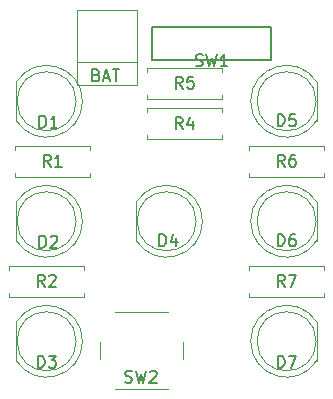
<source format=gbr>
G04 #@! TF.FileFunction,Legend,Top*
%FSLAX46Y46*%
G04 Gerber Fmt 4.6, Leading zero omitted, Abs format (unit mm)*
G04 Created by KiCad (PCBNEW 4.0.7) date 01/31/18 00:20:31*
%MOMM*%
%LPD*%
G01*
G04 APERTURE LIST*
%ADD10C,0.100000*%
%ADD11C,0.150000*%
%ADD12C,0.120000*%
G04 APERTURE END LIST*
D10*
D11*
X149301200Y-85699600D02*
X139192000Y-85699600D01*
X139192000Y-85699600D02*
X139192000Y-88442800D01*
X139192000Y-88442800D02*
X149301200Y-88442800D01*
X149301200Y-88442800D02*
X149301200Y-85699600D01*
D12*
X153832000Y-98008000D02*
X153832000Y-98338000D01*
X153832000Y-98338000D02*
X147412000Y-98338000D01*
X147412000Y-98338000D02*
X147412000Y-98008000D01*
X153832000Y-96048000D02*
X153832000Y-95718000D01*
X153832000Y-95718000D02*
X147412000Y-95718000D01*
X147412000Y-95718000D02*
X147412000Y-96048000D01*
X140605000Y-109790600D02*
X136105000Y-109790600D01*
X141855000Y-113790600D02*
X141855000Y-112290600D01*
X136105000Y-116290600D02*
X140605000Y-116290600D01*
X134855000Y-112290600D02*
X134855000Y-113790600D01*
X132842000Y-88646000D02*
X137922000Y-88646000D01*
X132842000Y-84206000D02*
X137922000Y-84206000D01*
X137922000Y-90546000D02*
X132842000Y-90546000D01*
X137922000Y-90546000D02*
X137922000Y-84206000D01*
X132842000Y-90546000D02*
X132842000Y-84206000D01*
X133341999Y-91949958D02*
G75*
G03X127742000Y-90308488I-3039999J1958D01*
G01*
X133341999Y-91946042D02*
G75*
G02X127742000Y-93587512I-3039999J-1958D01*
G01*
X132802000Y-91948000D02*
G75*
G03X132802000Y-91948000I-2500000J0D01*
G01*
X127742000Y-90308000D02*
X127742000Y-93588000D01*
X133341999Y-102109958D02*
G75*
G03X127742000Y-100468488I-3039999J1958D01*
G01*
X133341999Y-102106042D02*
G75*
G02X127742000Y-103747512I-3039999J-1958D01*
G01*
X132802000Y-102108000D02*
G75*
G03X132802000Y-102108000I-2500000J0D01*
G01*
X127742000Y-100468000D02*
X127742000Y-103748000D01*
X133341999Y-112269958D02*
G75*
G03X127742000Y-110628488I-3039999J1958D01*
G01*
X133341999Y-112266042D02*
G75*
G02X127742000Y-113907512I-3039999J-1958D01*
G01*
X132802000Y-112268000D02*
G75*
G03X132802000Y-112268000I-2500000J0D01*
G01*
X127742000Y-110628000D02*
X127742000Y-113908000D01*
X143501999Y-102109958D02*
G75*
G03X137902000Y-100468488I-3039999J1958D01*
G01*
X143501999Y-102106042D02*
G75*
G02X137902000Y-103747512I-3039999J-1958D01*
G01*
X142962000Y-102108000D02*
G75*
G03X142962000Y-102108000I-2500000J0D01*
G01*
X137902000Y-100468000D02*
X137902000Y-103748000D01*
X147582001Y-91946042D02*
G75*
G03X153182000Y-93587512I3039999J-1958D01*
G01*
X147582001Y-91949958D02*
G75*
G02X153182000Y-90308488I3039999J1958D01*
G01*
X153122000Y-91948000D02*
G75*
G03X153122000Y-91948000I-2500000J0D01*
G01*
X153182000Y-93588000D02*
X153182000Y-90308000D01*
X147582001Y-102106042D02*
G75*
G03X153182000Y-103747512I3039999J-1958D01*
G01*
X147582001Y-102109958D02*
G75*
G02X153182000Y-100468488I3039999J1958D01*
G01*
X153122000Y-102108000D02*
G75*
G03X153122000Y-102108000I-2500000J0D01*
G01*
X153182000Y-103748000D02*
X153182000Y-100468000D01*
X147582001Y-112266042D02*
G75*
G03X153182000Y-113907512I3039999J-1958D01*
G01*
X147582001Y-112269958D02*
G75*
G02X153182000Y-110628488I3039999J1958D01*
G01*
X153122000Y-112268000D02*
G75*
G03X153122000Y-112268000I-2500000J0D01*
G01*
X153182000Y-113908000D02*
X153182000Y-110628000D01*
X127600000Y-96048000D02*
X127600000Y-95718000D01*
X127600000Y-95718000D02*
X134020000Y-95718000D01*
X134020000Y-95718000D02*
X134020000Y-96048000D01*
X127600000Y-98008000D02*
X127600000Y-98338000D01*
X127600000Y-98338000D02*
X134020000Y-98338000D01*
X134020000Y-98338000D02*
X134020000Y-98008000D01*
X127092000Y-106208000D02*
X127092000Y-105878000D01*
X127092000Y-105878000D02*
X133512000Y-105878000D01*
X133512000Y-105878000D02*
X133512000Y-106208000D01*
X127092000Y-108168000D02*
X127092000Y-108498000D01*
X127092000Y-108498000D02*
X133512000Y-108498000D01*
X133512000Y-108498000D02*
X133512000Y-108168000D01*
X138776000Y-92873000D02*
X138776000Y-92543000D01*
X138776000Y-92543000D02*
X145196000Y-92543000D01*
X145196000Y-92543000D02*
X145196000Y-92873000D01*
X138776000Y-94833000D02*
X138776000Y-95163000D01*
X138776000Y-95163000D02*
X145196000Y-95163000D01*
X145196000Y-95163000D02*
X145196000Y-94833000D01*
X145196000Y-91404000D02*
X145196000Y-91734000D01*
X145196000Y-91734000D02*
X138776000Y-91734000D01*
X138776000Y-91734000D02*
X138776000Y-91404000D01*
X145196000Y-89444000D02*
X145196000Y-89114000D01*
X145196000Y-89114000D02*
X138776000Y-89114000D01*
X138776000Y-89114000D02*
X138776000Y-89444000D01*
X153832000Y-108168000D02*
X153832000Y-108498000D01*
X153832000Y-108498000D02*
X147412000Y-108498000D01*
X147412000Y-108498000D02*
X147412000Y-108168000D01*
X153832000Y-106208000D02*
X153832000Y-105878000D01*
X153832000Y-105878000D02*
X147412000Y-105878000D01*
X147412000Y-105878000D02*
X147412000Y-106208000D01*
D11*
X142938667Y-88923762D02*
X143081524Y-88971381D01*
X143319620Y-88971381D01*
X143414858Y-88923762D01*
X143462477Y-88876143D01*
X143510096Y-88780905D01*
X143510096Y-88685667D01*
X143462477Y-88590429D01*
X143414858Y-88542810D01*
X143319620Y-88495190D01*
X143129143Y-88447571D01*
X143033905Y-88399952D01*
X142986286Y-88352333D01*
X142938667Y-88257095D01*
X142938667Y-88161857D01*
X142986286Y-88066619D01*
X143033905Y-88019000D01*
X143129143Y-87971381D01*
X143367239Y-87971381D01*
X143510096Y-88019000D01*
X143843429Y-87971381D02*
X144081524Y-88971381D01*
X144272001Y-88257095D01*
X144462477Y-88971381D01*
X144700572Y-87971381D01*
X145605334Y-88971381D02*
X145033905Y-88971381D01*
X145319619Y-88971381D02*
X145319619Y-87971381D01*
X145224381Y-88114238D01*
X145129143Y-88209476D01*
X145033905Y-88257095D01*
X150455334Y-97480381D02*
X150122000Y-97004190D01*
X149883905Y-97480381D02*
X149883905Y-96480381D01*
X150264858Y-96480381D01*
X150360096Y-96528000D01*
X150407715Y-96575619D01*
X150455334Y-96670857D01*
X150455334Y-96813714D01*
X150407715Y-96908952D01*
X150360096Y-96956571D01*
X150264858Y-97004190D01*
X149883905Y-97004190D01*
X151312477Y-96480381D02*
X151122000Y-96480381D01*
X151026762Y-96528000D01*
X150979143Y-96575619D01*
X150883905Y-96718476D01*
X150836286Y-96908952D01*
X150836286Y-97289905D01*
X150883905Y-97385143D01*
X150931524Y-97432762D01*
X151026762Y-97480381D01*
X151217239Y-97480381D01*
X151312477Y-97432762D01*
X151360096Y-97385143D01*
X151407715Y-97289905D01*
X151407715Y-97051810D01*
X151360096Y-96956571D01*
X151312477Y-96908952D01*
X151217239Y-96861333D01*
X151026762Y-96861333D01*
X150931524Y-96908952D01*
X150883905Y-96956571D01*
X150836286Y-97051810D01*
X136969667Y-115720762D02*
X137112524Y-115768381D01*
X137350620Y-115768381D01*
X137445858Y-115720762D01*
X137493477Y-115673143D01*
X137541096Y-115577905D01*
X137541096Y-115482667D01*
X137493477Y-115387429D01*
X137445858Y-115339810D01*
X137350620Y-115292190D01*
X137160143Y-115244571D01*
X137064905Y-115196952D01*
X137017286Y-115149333D01*
X136969667Y-115054095D01*
X136969667Y-114958857D01*
X137017286Y-114863619D01*
X137064905Y-114816000D01*
X137160143Y-114768381D01*
X137398239Y-114768381D01*
X137541096Y-114816000D01*
X137874429Y-114768381D02*
X138112524Y-115768381D01*
X138303001Y-115054095D01*
X138493477Y-115768381D01*
X138731572Y-114768381D01*
X139064905Y-114863619D02*
X139112524Y-114816000D01*
X139207762Y-114768381D01*
X139445858Y-114768381D01*
X139541096Y-114816000D01*
X139588715Y-114863619D01*
X139636334Y-114958857D01*
X139636334Y-115054095D01*
X139588715Y-115196952D01*
X139017286Y-115768381D01*
X139636334Y-115768381D01*
X134516905Y-89717571D02*
X134659762Y-89765190D01*
X134707381Y-89812810D01*
X134755000Y-89908048D01*
X134755000Y-90050905D01*
X134707381Y-90146143D01*
X134659762Y-90193762D01*
X134564524Y-90241381D01*
X134183571Y-90241381D01*
X134183571Y-89241381D01*
X134516905Y-89241381D01*
X134612143Y-89289000D01*
X134659762Y-89336619D01*
X134707381Y-89431857D01*
X134707381Y-89527095D01*
X134659762Y-89622333D01*
X134612143Y-89669952D01*
X134516905Y-89717571D01*
X134183571Y-89717571D01*
X135135952Y-89955667D02*
X135612143Y-89955667D01*
X135040714Y-90241381D02*
X135374047Y-89241381D01*
X135707381Y-90241381D01*
X135897857Y-89241381D02*
X136469286Y-89241381D01*
X136183571Y-90241381D02*
X136183571Y-89241381D01*
X129690905Y-94178381D02*
X129690905Y-93178381D01*
X129929000Y-93178381D01*
X130071858Y-93226000D01*
X130167096Y-93321238D01*
X130214715Y-93416476D01*
X130262334Y-93606952D01*
X130262334Y-93749810D01*
X130214715Y-93940286D01*
X130167096Y-94035524D01*
X130071858Y-94130762D01*
X129929000Y-94178381D01*
X129690905Y-94178381D01*
X131214715Y-94178381D02*
X130643286Y-94178381D01*
X130929000Y-94178381D02*
X130929000Y-93178381D01*
X130833762Y-93321238D01*
X130738524Y-93416476D01*
X130643286Y-93464095D01*
X129690905Y-104338381D02*
X129690905Y-103338381D01*
X129929000Y-103338381D01*
X130071858Y-103386000D01*
X130167096Y-103481238D01*
X130214715Y-103576476D01*
X130262334Y-103766952D01*
X130262334Y-103909810D01*
X130214715Y-104100286D01*
X130167096Y-104195524D01*
X130071858Y-104290762D01*
X129929000Y-104338381D01*
X129690905Y-104338381D01*
X130643286Y-103433619D02*
X130690905Y-103386000D01*
X130786143Y-103338381D01*
X131024239Y-103338381D01*
X131119477Y-103386000D01*
X131167096Y-103433619D01*
X131214715Y-103528857D01*
X131214715Y-103624095D01*
X131167096Y-103766952D01*
X130595667Y-104338381D01*
X131214715Y-104338381D01*
X129563905Y-114498381D02*
X129563905Y-113498381D01*
X129802000Y-113498381D01*
X129944858Y-113546000D01*
X130040096Y-113641238D01*
X130087715Y-113736476D01*
X130135334Y-113926952D01*
X130135334Y-114069810D01*
X130087715Y-114260286D01*
X130040096Y-114355524D01*
X129944858Y-114450762D01*
X129802000Y-114498381D01*
X129563905Y-114498381D01*
X130468667Y-113498381D02*
X131087715Y-113498381D01*
X130754381Y-113879333D01*
X130897239Y-113879333D01*
X130992477Y-113926952D01*
X131040096Y-113974571D01*
X131087715Y-114069810D01*
X131087715Y-114307905D01*
X131040096Y-114403143D01*
X130992477Y-114450762D01*
X130897239Y-114498381D01*
X130611524Y-114498381D01*
X130516286Y-114450762D01*
X130468667Y-114403143D01*
X139850905Y-104211381D02*
X139850905Y-103211381D01*
X140089000Y-103211381D01*
X140231858Y-103259000D01*
X140327096Y-103354238D01*
X140374715Y-103449476D01*
X140422334Y-103639952D01*
X140422334Y-103782810D01*
X140374715Y-103973286D01*
X140327096Y-104068524D01*
X140231858Y-104163762D01*
X140089000Y-104211381D01*
X139850905Y-104211381D01*
X141279477Y-103544714D02*
X141279477Y-104211381D01*
X141041381Y-103163762D02*
X140803286Y-103878048D01*
X141422334Y-103878048D01*
X149883905Y-94051381D02*
X149883905Y-93051381D01*
X150122000Y-93051381D01*
X150264858Y-93099000D01*
X150360096Y-93194238D01*
X150407715Y-93289476D01*
X150455334Y-93479952D01*
X150455334Y-93622810D01*
X150407715Y-93813286D01*
X150360096Y-93908524D01*
X150264858Y-94003762D01*
X150122000Y-94051381D01*
X149883905Y-94051381D01*
X151360096Y-93051381D02*
X150883905Y-93051381D01*
X150836286Y-93527571D01*
X150883905Y-93479952D01*
X150979143Y-93432333D01*
X151217239Y-93432333D01*
X151312477Y-93479952D01*
X151360096Y-93527571D01*
X151407715Y-93622810D01*
X151407715Y-93860905D01*
X151360096Y-93956143D01*
X151312477Y-94003762D01*
X151217239Y-94051381D01*
X150979143Y-94051381D01*
X150883905Y-94003762D01*
X150836286Y-93956143D01*
X149883905Y-104211381D02*
X149883905Y-103211381D01*
X150122000Y-103211381D01*
X150264858Y-103259000D01*
X150360096Y-103354238D01*
X150407715Y-103449476D01*
X150455334Y-103639952D01*
X150455334Y-103782810D01*
X150407715Y-103973286D01*
X150360096Y-104068524D01*
X150264858Y-104163762D01*
X150122000Y-104211381D01*
X149883905Y-104211381D01*
X151312477Y-103211381D02*
X151122000Y-103211381D01*
X151026762Y-103259000D01*
X150979143Y-103306619D01*
X150883905Y-103449476D01*
X150836286Y-103639952D01*
X150836286Y-104020905D01*
X150883905Y-104116143D01*
X150931524Y-104163762D01*
X151026762Y-104211381D01*
X151217239Y-104211381D01*
X151312477Y-104163762D01*
X151360096Y-104116143D01*
X151407715Y-104020905D01*
X151407715Y-103782810D01*
X151360096Y-103687571D01*
X151312477Y-103639952D01*
X151217239Y-103592333D01*
X151026762Y-103592333D01*
X150931524Y-103639952D01*
X150883905Y-103687571D01*
X150836286Y-103782810D01*
X149883905Y-114498381D02*
X149883905Y-113498381D01*
X150122000Y-113498381D01*
X150264858Y-113546000D01*
X150360096Y-113641238D01*
X150407715Y-113736476D01*
X150455334Y-113926952D01*
X150455334Y-114069810D01*
X150407715Y-114260286D01*
X150360096Y-114355524D01*
X150264858Y-114450762D01*
X150122000Y-114498381D01*
X149883905Y-114498381D01*
X150788667Y-113498381D02*
X151455334Y-113498381D01*
X151026762Y-114498381D01*
X130643334Y-97480381D02*
X130310000Y-97004190D01*
X130071905Y-97480381D02*
X130071905Y-96480381D01*
X130452858Y-96480381D01*
X130548096Y-96528000D01*
X130595715Y-96575619D01*
X130643334Y-96670857D01*
X130643334Y-96813714D01*
X130595715Y-96908952D01*
X130548096Y-96956571D01*
X130452858Y-97004190D01*
X130071905Y-97004190D01*
X131595715Y-97480381D02*
X131024286Y-97480381D01*
X131310000Y-97480381D02*
X131310000Y-96480381D01*
X131214762Y-96623238D01*
X131119524Y-96718476D01*
X131024286Y-96766095D01*
X130135334Y-107640381D02*
X129802000Y-107164190D01*
X129563905Y-107640381D02*
X129563905Y-106640381D01*
X129944858Y-106640381D01*
X130040096Y-106688000D01*
X130087715Y-106735619D01*
X130135334Y-106830857D01*
X130135334Y-106973714D01*
X130087715Y-107068952D01*
X130040096Y-107116571D01*
X129944858Y-107164190D01*
X129563905Y-107164190D01*
X130516286Y-106735619D02*
X130563905Y-106688000D01*
X130659143Y-106640381D01*
X130897239Y-106640381D01*
X130992477Y-106688000D01*
X131040096Y-106735619D01*
X131087715Y-106830857D01*
X131087715Y-106926095D01*
X131040096Y-107068952D01*
X130468667Y-107640381D01*
X131087715Y-107640381D01*
X141819334Y-94305381D02*
X141486000Y-93829190D01*
X141247905Y-94305381D02*
X141247905Y-93305381D01*
X141628858Y-93305381D01*
X141724096Y-93353000D01*
X141771715Y-93400619D01*
X141819334Y-93495857D01*
X141819334Y-93638714D01*
X141771715Y-93733952D01*
X141724096Y-93781571D01*
X141628858Y-93829190D01*
X141247905Y-93829190D01*
X142676477Y-93638714D02*
X142676477Y-94305381D01*
X142438381Y-93257762D02*
X142200286Y-93972048D01*
X142819334Y-93972048D01*
X141819334Y-90876381D02*
X141486000Y-90400190D01*
X141247905Y-90876381D02*
X141247905Y-89876381D01*
X141628858Y-89876381D01*
X141724096Y-89924000D01*
X141771715Y-89971619D01*
X141819334Y-90066857D01*
X141819334Y-90209714D01*
X141771715Y-90304952D01*
X141724096Y-90352571D01*
X141628858Y-90400190D01*
X141247905Y-90400190D01*
X142724096Y-89876381D02*
X142247905Y-89876381D01*
X142200286Y-90352571D01*
X142247905Y-90304952D01*
X142343143Y-90257333D01*
X142581239Y-90257333D01*
X142676477Y-90304952D01*
X142724096Y-90352571D01*
X142771715Y-90447810D01*
X142771715Y-90685905D01*
X142724096Y-90781143D01*
X142676477Y-90828762D01*
X142581239Y-90876381D01*
X142343143Y-90876381D01*
X142247905Y-90828762D01*
X142200286Y-90781143D01*
X150455334Y-107640381D02*
X150122000Y-107164190D01*
X149883905Y-107640381D02*
X149883905Y-106640381D01*
X150264858Y-106640381D01*
X150360096Y-106688000D01*
X150407715Y-106735619D01*
X150455334Y-106830857D01*
X150455334Y-106973714D01*
X150407715Y-107068952D01*
X150360096Y-107116571D01*
X150264858Y-107164190D01*
X149883905Y-107164190D01*
X150788667Y-106640381D02*
X151455334Y-106640381D01*
X151026762Y-107640381D01*
M02*

</source>
